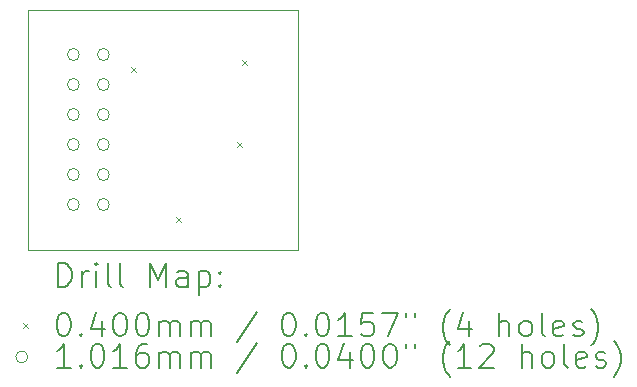
<source format=gbr>
%FSLAX45Y45*%
G04 Gerber Fmt 4.5, Leading zero omitted, Abs format (unit mm)*
G04 Created by KiCad (PCBNEW (6.0.5)) date 2022-05-30 11:26:54*
%MOMM*%
%LPD*%
G01*
G04 APERTURE LIST*
%TA.AperFunction,Profile*%
%ADD10C,0.100000*%
%TD*%
%ADD11C,0.200000*%
%ADD12C,0.040000*%
%ADD13C,0.101600*%
G04 APERTURE END LIST*
D10*
X9652000Y-9652000D02*
X11938000Y-9652000D01*
X11938000Y-9652000D02*
X11938000Y-11684000D01*
X11938000Y-11684000D02*
X9652000Y-11684000D01*
X9652000Y-11684000D02*
X9652000Y-9652000D01*
D11*
D12*
X10521000Y-10140000D02*
X10561000Y-10180000D01*
X10561000Y-10140000D02*
X10521000Y-10180000D01*
X10902000Y-11410000D02*
X10942000Y-11450000D01*
X10942000Y-11410000D02*
X10902000Y-11450000D01*
X11420437Y-10775425D02*
X11460437Y-10815425D01*
X11460437Y-10775425D02*
X11420437Y-10815425D01*
X11461440Y-10078371D02*
X11501440Y-10118371D01*
X11501440Y-10078371D02*
X11461440Y-10118371D01*
D13*
X10083800Y-10033000D02*
G75*
G03*
X10083800Y-10033000I-50800J0D01*
G01*
X10083800Y-10287000D02*
G75*
G03*
X10083800Y-10287000I-50800J0D01*
G01*
X10083800Y-10541000D02*
G75*
G03*
X10083800Y-10541000I-50800J0D01*
G01*
X10083800Y-10795000D02*
G75*
G03*
X10083800Y-10795000I-50800J0D01*
G01*
X10083800Y-11049000D02*
G75*
G03*
X10083800Y-11049000I-50800J0D01*
G01*
X10083800Y-11303000D02*
G75*
G03*
X10083800Y-11303000I-50800J0D01*
G01*
X10337800Y-10033000D02*
G75*
G03*
X10337800Y-10033000I-50800J0D01*
G01*
X10337800Y-10287000D02*
G75*
G03*
X10337800Y-10287000I-50800J0D01*
G01*
X10337800Y-10541000D02*
G75*
G03*
X10337800Y-10541000I-50800J0D01*
G01*
X10337800Y-10795000D02*
G75*
G03*
X10337800Y-10795000I-50800J0D01*
G01*
X10337800Y-11049000D02*
G75*
G03*
X10337800Y-11049000I-50800J0D01*
G01*
X10337800Y-11303000D02*
G75*
G03*
X10337800Y-11303000I-50800J0D01*
G01*
D11*
X9904619Y-11999476D02*
X9904619Y-11799476D01*
X9952238Y-11799476D01*
X9980810Y-11809000D01*
X9999857Y-11828048D01*
X10009381Y-11847095D01*
X10018905Y-11885190D01*
X10018905Y-11913762D01*
X10009381Y-11951857D01*
X9999857Y-11970905D01*
X9980810Y-11989952D01*
X9952238Y-11999476D01*
X9904619Y-11999476D01*
X10104619Y-11999476D02*
X10104619Y-11866143D01*
X10104619Y-11904238D02*
X10114143Y-11885190D01*
X10123667Y-11875667D01*
X10142714Y-11866143D01*
X10161762Y-11866143D01*
X10228429Y-11999476D02*
X10228429Y-11866143D01*
X10228429Y-11799476D02*
X10218905Y-11809000D01*
X10228429Y-11818524D01*
X10237952Y-11809000D01*
X10228429Y-11799476D01*
X10228429Y-11818524D01*
X10352238Y-11999476D02*
X10333190Y-11989952D01*
X10323667Y-11970905D01*
X10323667Y-11799476D01*
X10457000Y-11999476D02*
X10437952Y-11989952D01*
X10428429Y-11970905D01*
X10428429Y-11799476D01*
X10685571Y-11999476D02*
X10685571Y-11799476D01*
X10752238Y-11942333D01*
X10818905Y-11799476D01*
X10818905Y-11999476D01*
X10999857Y-11999476D02*
X10999857Y-11894714D01*
X10990333Y-11875667D01*
X10971286Y-11866143D01*
X10933190Y-11866143D01*
X10914143Y-11875667D01*
X10999857Y-11989952D02*
X10980810Y-11999476D01*
X10933190Y-11999476D01*
X10914143Y-11989952D01*
X10904619Y-11970905D01*
X10904619Y-11951857D01*
X10914143Y-11932809D01*
X10933190Y-11923286D01*
X10980810Y-11923286D01*
X10999857Y-11913762D01*
X11095095Y-11866143D02*
X11095095Y-12066143D01*
X11095095Y-11875667D02*
X11114143Y-11866143D01*
X11152238Y-11866143D01*
X11171286Y-11875667D01*
X11180810Y-11885190D01*
X11190333Y-11904238D01*
X11190333Y-11961381D01*
X11180810Y-11980428D01*
X11171286Y-11989952D01*
X11152238Y-11999476D01*
X11114143Y-11999476D01*
X11095095Y-11989952D01*
X11276048Y-11980428D02*
X11285571Y-11989952D01*
X11276048Y-11999476D01*
X11266524Y-11989952D01*
X11276048Y-11980428D01*
X11276048Y-11999476D01*
X11276048Y-11875667D02*
X11285571Y-11885190D01*
X11276048Y-11894714D01*
X11266524Y-11885190D01*
X11276048Y-11875667D01*
X11276048Y-11894714D01*
D12*
X9607000Y-12309000D02*
X9647000Y-12349000D01*
X9647000Y-12309000D02*
X9607000Y-12349000D01*
D11*
X9942714Y-12219476D02*
X9961762Y-12219476D01*
X9980810Y-12229000D01*
X9990333Y-12238524D01*
X9999857Y-12257571D01*
X10009381Y-12295667D01*
X10009381Y-12343286D01*
X9999857Y-12381381D01*
X9990333Y-12400428D01*
X9980810Y-12409952D01*
X9961762Y-12419476D01*
X9942714Y-12419476D01*
X9923667Y-12409952D01*
X9914143Y-12400428D01*
X9904619Y-12381381D01*
X9895095Y-12343286D01*
X9895095Y-12295667D01*
X9904619Y-12257571D01*
X9914143Y-12238524D01*
X9923667Y-12229000D01*
X9942714Y-12219476D01*
X10095095Y-12400428D02*
X10104619Y-12409952D01*
X10095095Y-12419476D01*
X10085571Y-12409952D01*
X10095095Y-12400428D01*
X10095095Y-12419476D01*
X10276048Y-12286143D02*
X10276048Y-12419476D01*
X10228429Y-12209952D02*
X10180810Y-12352809D01*
X10304619Y-12352809D01*
X10418905Y-12219476D02*
X10437952Y-12219476D01*
X10457000Y-12229000D01*
X10466524Y-12238524D01*
X10476048Y-12257571D01*
X10485571Y-12295667D01*
X10485571Y-12343286D01*
X10476048Y-12381381D01*
X10466524Y-12400428D01*
X10457000Y-12409952D01*
X10437952Y-12419476D01*
X10418905Y-12419476D01*
X10399857Y-12409952D01*
X10390333Y-12400428D01*
X10380810Y-12381381D01*
X10371286Y-12343286D01*
X10371286Y-12295667D01*
X10380810Y-12257571D01*
X10390333Y-12238524D01*
X10399857Y-12229000D01*
X10418905Y-12219476D01*
X10609381Y-12219476D02*
X10628429Y-12219476D01*
X10647476Y-12229000D01*
X10657000Y-12238524D01*
X10666524Y-12257571D01*
X10676048Y-12295667D01*
X10676048Y-12343286D01*
X10666524Y-12381381D01*
X10657000Y-12400428D01*
X10647476Y-12409952D01*
X10628429Y-12419476D01*
X10609381Y-12419476D01*
X10590333Y-12409952D01*
X10580810Y-12400428D01*
X10571286Y-12381381D01*
X10561762Y-12343286D01*
X10561762Y-12295667D01*
X10571286Y-12257571D01*
X10580810Y-12238524D01*
X10590333Y-12229000D01*
X10609381Y-12219476D01*
X10761762Y-12419476D02*
X10761762Y-12286143D01*
X10761762Y-12305190D02*
X10771286Y-12295667D01*
X10790333Y-12286143D01*
X10818905Y-12286143D01*
X10837952Y-12295667D01*
X10847476Y-12314714D01*
X10847476Y-12419476D01*
X10847476Y-12314714D02*
X10857000Y-12295667D01*
X10876048Y-12286143D01*
X10904619Y-12286143D01*
X10923667Y-12295667D01*
X10933190Y-12314714D01*
X10933190Y-12419476D01*
X11028429Y-12419476D02*
X11028429Y-12286143D01*
X11028429Y-12305190D02*
X11037952Y-12295667D01*
X11057000Y-12286143D01*
X11085571Y-12286143D01*
X11104619Y-12295667D01*
X11114143Y-12314714D01*
X11114143Y-12419476D01*
X11114143Y-12314714D02*
X11123667Y-12295667D01*
X11142714Y-12286143D01*
X11171286Y-12286143D01*
X11190333Y-12295667D01*
X11199857Y-12314714D01*
X11199857Y-12419476D01*
X11590333Y-12209952D02*
X11418905Y-12467095D01*
X11847476Y-12219476D02*
X11866524Y-12219476D01*
X11885571Y-12229000D01*
X11895095Y-12238524D01*
X11904619Y-12257571D01*
X11914143Y-12295667D01*
X11914143Y-12343286D01*
X11904619Y-12381381D01*
X11895095Y-12400428D01*
X11885571Y-12409952D01*
X11866524Y-12419476D01*
X11847476Y-12419476D01*
X11828428Y-12409952D01*
X11818905Y-12400428D01*
X11809381Y-12381381D01*
X11799857Y-12343286D01*
X11799857Y-12295667D01*
X11809381Y-12257571D01*
X11818905Y-12238524D01*
X11828428Y-12229000D01*
X11847476Y-12219476D01*
X11999857Y-12400428D02*
X12009381Y-12409952D01*
X11999857Y-12419476D01*
X11990333Y-12409952D01*
X11999857Y-12400428D01*
X11999857Y-12419476D01*
X12133190Y-12219476D02*
X12152238Y-12219476D01*
X12171286Y-12229000D01*
X12180809Y-12238524D01*
X12190333Y-12257571D01*
X12199857Y-12295667D01*
X12199857Y-12343286D01*
X12190333Y-12381381D01*
X12180809Y-12400428D01*
X12171286Y-12409952D01*
X12152238Y-12419476D01*
X12133190Y-12419476D01*
X12114143Y-12409952D01*
X12104619Y-12400428D01*
X12095095Y-12381381D01*
X12085571Y-12343286D01*
X12085571Y-12295667D01*
X12095095Y-12257571D01*
X12104619Y-12238524D01*
X12114143Y-12229000D01*
X12133190Y-12219476D01*
X12390333Y-12419476D02*
X12276048Y-12419476D01*
X12333190Y-12419476D02*
X12333190Y-12219476D01*
X12314143Y-12248048D01*
X12295095Y-12267095D01*
X12276048Y-12276619D01*
X12571286Y-12219476D02*
X12476048Y-12219476D01*
X12466524Y-12314714D01*
X12476048Y-12305190D01*
X12495095Y-12295667D01*
X12542714Y-12295667D01*
X12561762Y-12305190D01*
X12571286Y-12314714D01*
X12580809Y-12333762D01*
X12580809Y-12381381D01*
X12571286Y-12400428D01*
X12561762Y-12409952D01*
X12542714Y-12419476D01*
X12495095Y-12419476D01*
X12476048Y-12409952D01*
X12466524Y-12400428D01*
X12647476Y-12219476D02*
X12780809Y-12219476D01*
X12695095Y-12419476D01*
X12847476Y-12219476D02*
X12847476Y-12257571D01*
X12923667Y-12219476D02*
X12923667Y-12257571D01*
X13218905Y-12495667D02*
X13209381Y-12486143D01*
X13190333Y-12457571D01*
X13180809Y-12438524D01*
X13171286Y-12409952D01*
X13161762Y-12362333D01*
X13161762Y-12324238D01*
X13171286Y-12276619D01*
X13180809Y-12248048D01*
X13190333Y-12229000D01*
X13209381Y-12200428D01*
X13218905Y-12190905D01*
X13380809Y-12286143D02*
X13380809Y-12419476D01*
X13333190Y-12209952D02*
X13285571Y-12352809D01*
X13409381Y-12352809D01*
X13637952Y-12419476D02*
X13637952Y-12219476D01*
X13723667Y-12419476D02*
X13723667Y-12314714D01*
X13714143Y-12295667D01*
X13695095Y-12286143D01*
X13666524Y-12286143D01*
X13647476Y-12295667D01*
X13637952Y-12305190D01*
X13847476Y-12419476D02*
X13828428Y-12409952D01*
X13818905Y-12400428D01*
X13809381Y-12381381D01*
X13809381Y-12324238D01*
X13818905Y-12305190D01*
X13828428Y-12295667D01*
X13847476Y-12286143D01*
X13876048Y-12286143D01*
X13895095Y-12295667D01*
X13904619Y-12305190D01*
X13914143Y-12324238D01*
X13914143Y-12381381D01*
X13904619Y-12400428D01*
X13895095Y-12409952D01*
X13876048Y-12419476D01*
X13847476Y-12419476D01*
X14028428Y-12419476D02*
X14009381Y-12409952D01*
X13999857Y-12390905D01*
X13999857Y-12219476D01*
X14180809Y-12409952D02*
X14161762Y-12419476D01*
X14123667Y-12419476D01*
X14104619Y-12409952D01*
X14095095Y-12390905D01*
X14095095Y-12314714D01*
X14104619Y-12295667D01*
X14123667Y-12286143D01*
X14161762Y-12286143D01*
X14180809Y-12295667D01*
X14190333Y-12314714D01*
X14190333Y-12333762D01*
X14095095Y-12352809D01*
X14266524Y-12409952D02*
X14285571Y-12419476D01*
X14323667Y-12419476D01*
X14342714Y-12409952D01*
X14352238Y-12390905D01*
X14352238Y-12381381D01*
X14342714Y-12362333D01*
X14323667Y-12352809D01*
X14295095Y-12352809D01*
X14276048Y-12343286D01*
X14266524Y-12324238D01*
X14266524Y-12314714D01*
X14276048Y-12295667D01*
X14295095Y-12286143D01*
X14323667Y-12286143D01*
X14342714Y-12295667D01*
X14418905Y-12495667D02*
X14428428Y-12486143D01*
X14447476Y-12457571D01*
X14457000Y-12438524D01*
X14466524Y-12409952D01*
X14476048Y-12362333D01*
X14476048Y-12324238D01*
X14466524Y-12276619D01*
X14457000Y-12248048D01*
X14447476Y-12229000D01*
X14428428Y-12200428D01*
X14418905Y-12190905D01*
D13*
X9647000Y-12593000D02*
G75*
G03*
X9647000Y-12593000I-50800J0D01*
G01*
D11*
X10009381Y-12683476D02*
X9895095Y-12683476D01*
X9952238Y-12683476D02*
X9952238Y-12483476D01*
X9933190Y-12512048D01*
X9914143Y-12531095D01*
X9895095Y-12540619D01*
X10095095Y-12664428D02*
X10104619Y-12673952D01*
X10095095Y-12683476D01*
X10085571Y-12673952D01*
X10095095Y-12664428D01*
X10095095Y-12683476D01*
X10228429Y-12483476D02*
X10247476Y-12483476D01*
X10266524Y-12493000D01*
X10276048Y-12502524D01*
X10285571Y-12521571D01*
X10295095Y-12559667D01*
X10295095Y-12607286D01*
X10285571Y-12645381D01*
X10276048Y-12664428D01*
X10266524Y-12673952D01*
X10247476Y-12683476D01*
X10228429Y-12683476D01*
X10209381Y-12673952D01*
X10199857Y-12664428D01*
X10190333Y-12645381D01*
X10180810Y-12607286D01*
X10180810Y-12559667D01*
X10190333Y-12521571D01*
X10199857Y-12502524D01*
X10209381Y-12493000D01*
X10228429Y-12483476D01*
X10485571Y-12683476D02*
X10371286Y-12683476D01*
X10428429Y-12683476D02*
X10428429Y-12483476D01*
X10409381Y-12512048D01*
X10390333Y-12531095D01*
X10371286Y-12540619D01*
X10657000Y-12483476D02*
X10618905Y-12483476D01*
X10599857Y-12493000D01*
X10590333Y-12502524D01*
X10571286Y-12531095D01*
X10561762Y-12569190D01*
X10561762Y-12645381D01*
X10571286Y-12664428D01*
X10580810Y-12673952D01*
X10599857Y-12683476D01*
X10637952Y-12683476D01*
X10657000Y-12673952D01*
X10666524Y-12664428D01*
X10676048Y-12645381D01*
X10676048Y-12597762D01*
X10666524Y-12578714D01*
X10657000Y-12569190D01*
X10637952Y-12559667D01*
X10599857Y-12559667D01*
X10580810Y-12569190D01*
X10571286Y-12578714D01*
X10561762Y-12597762D01*
X10761762Y-12683476D02*
X10761762Y-12550143D01*
X10761762Y-12569190D02*
X10771286Y-12559667D01*
X10790333Y-12550143D01*
X10818905Y-12550143D01*
X10837952Y-12559667D01*
X10847476Y-12578714D01*
X10847476Y-12683476D01*
X10847476Y-12578714D02*
X10857000Y-12559667D01*
X10876048Y-12550143D01*
X10904619Y-12550143D01*
X10923667Y-12559667D01*
X10933190Y-12578714D01*
X10933190Y-12683476D01*
X11028429Y-12683476D02*
X11028429Y-12550143D01*
X11028429Y-12569190D02*
X11037952Y-12559667D01*
X11057000Y-12550143D01*
X11085571Y-12550143D01*
X11104619Y-12559667D01*
X11114143Y-12578714D01*
X11114143Y-12683476D01*
X11114143Y-12578714D02*
X11123667Y-12559667D01*
X11142714Y-12550143D01*
X11171286Y-12550143D01*
X11190333Y-12559667D01*
X11199857Y-12578714D01*
X11199857Y-12683476D01*
X11590333Y-12473952D02*
X11418905Y-12731095D01*
X11847476Y-12483476D02*
X11866524Y-12483476D01*
X11885571Y-12493000D01*
X11895095Y-12502524D01*
X11904619Y-12521571D01*
X11914143Y-12559667D01*
X11914143Y-12607286D01*
X11904619Y-12645381D01*
X11895095Y-12664428D01*
X11885571Y-12673952D01*
X11866524Y-12683476D01*
X11847476Y-12683476D01*
X11828428Y-12673952D01*
X11818905Y-12664428D01*
X11809381Y-12645381D01*
X11799857Y-12607286D01*
X11799857Y-12559667D01*
X11809381Y-12521571D01*
X11818905Y-12502524D01*
X11828428Y-12493000D01*
X11847476Y-12483476D01*
X11999857Y-12664428D02*
X12009381Y-12673952D01*
X11999857Y-12683476D01*
X11990333Y-12673952D01*
X11999857Y-12664428D01*
X11999857Y-12683476D01*
X12133190Y-12483476D02*
X12152238Y-12483476D01*
X12171286Y-12493000D01*
X12180809Y-12502524D01*
X12190333Y-12521571D01*
X12199857Y-12559667D01*
X12199857Y-12607286D01*
X12190333Y-12645381D01*
X12180809Y-12664428D01*
X12171286Y-12673952D01*
X12152238Y-12683476D01*
X12133190Y-12683476D01*
X12114143Y-12673952D01*
X12104619Y-12664428D01*
X12095095Y-12645381D01*
X12085571Y-12607286D01*
X12085571Y-12559667D01*
X12095095Y-12521571D01*
X12104619Y-12502524D01*
X12114143Y-12493000D01*
X12133190Y-12483476D01*
X12371286Y-12550143D02*
X12371286Y-12683476D01*
X12323667Y-12473952D02*
X12276048Y-12616809D01*
X12399857Y-12616809D01*
X12514143Y-12483476D02*
X12533190Y-12483476D01*
X12552238Y-12493000D01*
X12561762Y-12502524D01*
X12571286Y-12521571D01*
X12580809Y-12559667D01*
X12580809Y-12607286D01*
X12571286Y-12645381D01*
X12561762Y-12664428D01*
X12552238Y-12673952D01*
X12533190Y-12683476D01*
X12514143Y-12683476D01*
X12495095Y-12673952D01*
X12485571Y-12664428D01*
X12476048Y-12645381D01*
X12466524Y-12607286D01*
X12466524Y-12559667D01*
X12476048Y-12521571D01*
X12485571Y-12502524D01*
X12495095Y-12493000D01*
X12514143Y-12483476D01*
X12704619Y-12483476D02*
X12723667Y-12483476D01*
X12742714Y-12493000D01*
X12752238Y-12502524D01*
X12761762Y-12521571D01*
X12771286Y-12559667D01*
X12771286Y-12607286D01*
X12761762Y-12645381D01*
X12752238Y-12664428D01*
X12742714Y-12673952D01*
X12723667Y-12683476D01*
X12704619Y-12683476D01*
X12685571Y-12673952D01*
X12676048Y-12664428D01*
X12666524Y-12645381D01*
X12657000Y-12607286D01*
X12657000Y-12559667D01*
X12666524Y-12521571D01*
X12676048Y-12502524D01*
X12685571Y-12493000D01*
X12704619Y-12483476D01*
X12847476Y-12483476D02*
X12847476Y-12521571D01*
X12923667Y-12483476D02*
X12923667Y-12521571D01*
X13218905Y-12759667D02*
X13209381Y-12750143D01*
X13190333Y-12721571D01*
X13180809Y-12702524D01*
X13171286Y-12673952D01*
X13161762Y-12626333D01*
X13161762Y-12588238D01*
X13171286Y-12540619D01*
X13180809Y-12512048D01*
X13190333Y-12493000D01*
X13209381Y-12464428D01*
X13218905Y-12454905D01*
X13399857Y-12683476D02*
X13285571Y-12683476D01*
X13342714Y-12683476D02*
X13342714Y-12483476D01*
X13323667Y-12512048D01*
X13304619Y-12531095D01*
X13285571Y-12540619D01*
X13476048Y-12502524D02*
X13485571Y-12493000D01*
X13504619Y-12483476D01*
X13552238Y-12483476D01*
X13571286Y-12493000D01*
X13580809Y-12502524D01*
X13590333Y-12521571D01*
X13590333Y-12540619D01*
X13580809Y-12569190D01*
X13466524Y-12683476D01*
X13590333Y-12683476D01*
X13828428Y-12683476D02*
X13828428Y-12483476D01*
X13914143Y-12683476D02*
X13914143Y-12578714D01*
X13904619Y-12559667D01*
X13885571Y-12550143D01*
X13857000Y-12550143D01*
X13837952Y-12559667D01*
X13828428Y-12569190D01*
X14037952Y-12683476D02*
X14018905Y-12673952D01*
X14009381Y-12664428D01*
X13999857Y-12645381D01*
X13999857Y-12588238D01*
X14009381Y-12569190D01*
X14018905Y-12559667D01*
X14037952Y-12550143D01*
X14066524Y-12550143D01*
X14085571Y-12559667D01*
X14095095Y-12569190D01*
X14104619Y-12588238D01*
X14104619Y-12645381D01*
X14095095Y-12664428D01*
X14085571Y-12673952D01*
X14066524Y-12683476D01*
X14037952Y-12683476D01*
X14218905Y-12683476D02*
X14199857Y-12673952D01*
X14190333Y-12654905D01*
X14190333Y-12483476D01*
X14371286Y-12673952D02*
X14352238Y-12683476D01*
X14314143Y-12683476D01*
X14295095Y-12673952D01*
X14285571Y-12654905D01*
X14285571Y-12578714D01*
X14295095Y-12559667D01*
X14314143Y-12550143D01*
X14352238Y-12550143D01*
X14371286Y-12559667D01*
X14380809Y-12578714D01*
X14380809Y-12597762D01*
X14285571Y-12616809D01*
X14457000Y-12673952D02*
X14476048Y-12683476D01*
X14514143Y-12683476D01*
X14533190Y-12673952D01*
X14542714Y-12654905D01*
X14542714Y-12645381D01*
X14533190Y-12626333D01*
X14514143Y-12616809D01*
X14485571Y-12616809D01*
X14466524Y-12607286D01*
X14457000Y-12588238D01*
X14457000Y-12578714D01*
X14466524Y-12559667D01*
X14485571Y-12550143D01*
X14514143Y-12550143D01*
X14533190Y-12559667D01*
X14609381Y-12759667D02*
X14618905Y-12750143D01*
X14637952Y-12721571D01*
X14647476Y-12702524D01*
X14657000Y-12673952D01*
X14666524Y-12626333D01*
X14666524Y-12588238D01*
X14657000Y-12540619D01*
X14647476Y-12512048D01*
X14637952Y-12493000D01*
X14618905Y-12464428D01*
X14609381Y-12454905D01*
M02*

</source>
